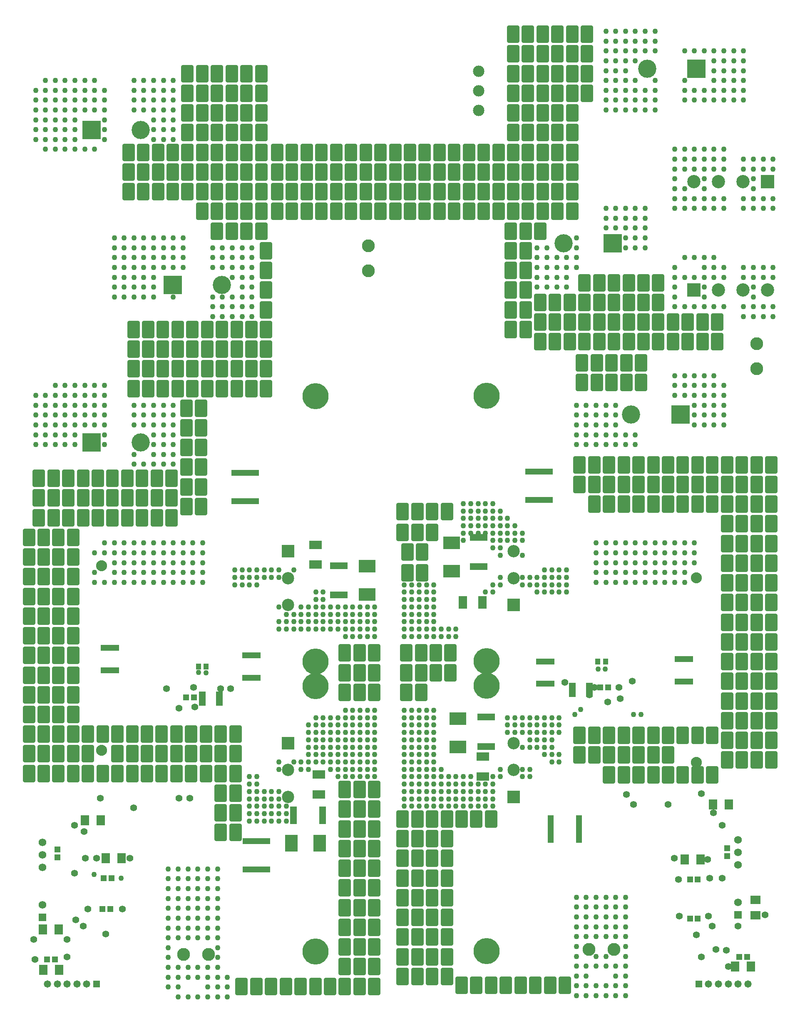
<source format=gbs>
G04 Layer_Color=16711935*
%FSLAX44Y44*%
%MOMM*%
G71*
G01*
G75*
G04:AMPARAMS|DCode=71|XSize=3.5mm|YSize=2.5mm|CornerRadius=0.25mm|HoleSize=0mm|Usage=FLASHONLY|Rotation=90.000|XOffset=0mm|YOffset=0mm|HoleType=Round|Shape=RoundedRectangle|*
%AMROUNDEDRECTD71*
21,1,3.5000,2.0000,0,0,90.0*
21,1,3.0000,2.5000,0,0,90.0*
1,1,0.5000,1.0000,1.5000*
1,1,0.5000,1.0000,-1.5000*
1,1,0.5000,-1.0000,-1.5000*
1,1,0.5000,-1.0000,1.5000*
%
%ADD71ROUNDEDRECTD71*%
%ADD81R,1.2032X1.3032*%
%ADD82R,1.3032X1.2032*%
%ADD83R,1.3532X3.0032*%
%ADD89C,2.3123*%
%ADD91C,1.5632*%
%ADD92R,1.5632X1.5632*%
%ADD93C,2.7032*%
%ADD94R,2.7032X2.7032*%
%ADD95C,1.4715*%
%ADD96R,1.4715X1.4715*%
%ADD97R,2.5032X2.5032*%
%ADD98C,2.5032*%
%ADD99R,3.7032X3.7032*%
%ADD100C,3.7032*%
%ADD101C,5.3032*%
%ADD102C,2.2352*%
%ADD103C,2.6162*%
%ADD104C,1.1032*%
%ADD105C,1.4032*%
%ADD106R,3.3532X2.6532*%
%ADD107R,2.6532X3.3532*%
%ADD108R,1.6532X2.1032*%
%ADD109R,2.1032X1.6532*%
%ADD110R,1.7032X2.6032*%
%ADD111R,2.6032X1.7032*%
%ADD112R,3.7032X1.2532*%
%ADD113R,5.6032X1.2532*%
%ADD114R,1.2532X5.6032*%
%ADD115R,1.0032X1.2532*%
%ADD116R,3.5332X1.4332*%
%ADD117R,1.4332X3.5332*%
D71*
X1152500Y615000D02*
D03*
Y575000D02*
D03*
X1212500D02*
D03*
X1182500D02*
D03*
X1212500Y535000D02*
D03*
Y615000D02*
D03*
X1182500D02*
D03*
X1242500D02*
D03*
Y535000D02*
D03*
X1272500Y615000D02*
D03*
Y535000D02*
D03*
X1302500Y615000D02*
D03*
Y535000D02*
D03*
X1242500Y575000D02*
D03*
X1272500D02*
D03*
X1302500D02*
D03*
X1332500D02*
D03*
Y535000D02*
D03*
X1362500D02*
D03*
X1392500D02*
D03*
X1422500D02*
D03*
X1332500Y615000D02*
D03*
X1362500D02*
D03*
X1392500D02*
D03*
X1422500D02*
D03*
X1452500Y565000D02*
D03*
X1482500D02*
D03*
X1512500D02*
D03*
X1542500D02*
D03*
X1542500Y605000D02*
D03*
X1512500D02*
D03*
X1482500D02*
D03*
X1452500D02*
D03*
X1542500Y645000D02*
D03*
X1512500D02*
D03*
X1482500D02*
D03*
X1452500D02*
D03*
X1542500Y685000D02*
D03*
X1512500D02*
D03*
X1482500D02*
D03*
X1452500D02*
D03*
Y925000D02*
D03*
X1482500D02*
D03*
X1512500D02*
D03*
X1542500D02*
D03*
Y885000D02*
D03*
X1512500D02*
D03*
X1482500D02*
D03*
X1452500D02*
D03*
X1542500Y845000D02*
D03*
X1512500D02*
D03*
X1482500D02*
D03*
X1452500D02*
D03*
Y805000D02*
D03*
X1482500D02*
D03*
X1512500D02*
D03*
X1542500D02*
D03*
X1452500Y765000D02*
D03*
X1482500D02*
D03*
X1512500D02*
D03*
X1542500D02*
D03*
X1452500Y725000D02*
D03*
X1482500D02*
D03*
X1512500D02*
D03*
X1542500D02*
D03*
Y965000D02*
D03*
X1512500D02*
D03*
X1482500D02*
D03*
X1452500D02*
D03*
X1542500Y1005000D02*
D03*
X1512500D02*
D03*
X1482500D02*
D03*
X1452500D02*
D03*
X1542500Y1045000D02*
D03*
X1512500D02*
D03*
X1482500D02*
D03*
X1452500D02*
D03*
X1182500Y1085000D02*
D03*
X1212500D02*
D03*
X1242500D02*
D03*
X1272500D02*
D03*
X1302500D02*
D03*
X1332500D02*
D03*
X1362500D02*
D03*
X1392500D02*
D03*
X1422500D02*
D03*
X1452500D02*
D03*
X1482500D02*
D03*
X1512500D02*
D03*
X1542500D02*
D03*
X1152500Y1125000D02*
D03*
X1182500D02*
D03*
X1212500D02*
D03*
X1242500D02*
D03*
X1272500D02*
D03*
X1302500D02*
D03*
X1332500D02*
D03*
X1362500D02*
D03*
X1392500D02*
D03*
X1422500D02*
D03*
X1452500D02*
D03*
X1482500D02*
D03*
X1512500D02*
D03*
X1542500D02*
D03*
Y1165000D02*
D03*
X1512500D02*
D03*
X1482500D02*
D03*
X1452500D02*
D03*
X1422500D02*
D03*
X1392500D02*
D03*
X1362500D02*
D03*
X1332500D02*
D03*
X1302500D02*
D03*
X1272500D02*
D03*
X1242500D02*
D03*
X1212500D02*
D03*
X1182500D02*
D03*
X1152500D02*
D03*
X1277500Y1332500D02*
D03*
X1247500D02*
D03*
X1217500D02*
D03*
X1187500D02*
D03*
X1157500D02*
D03*
Y1372500D02*
D03*
X1187500D02*
D03*
X1217500D02*
D03*
X1247500D02*
D03*
X1277500D02*
D03*
X1432500Y1415000D02*
D03*
Y1455000D02*
D03*
X1402500Y1415000D02*
D03*
Y1455000D02*
D03*
X1372500Y1415000D02*
D03*
Y1455000D02*
D03*
X1342500Y1415000D02*
D03*
Y1455000D02*
D03*
X1312500D02*
D03*
Y1415000D02*
D03*
Y1495000D02*
D03*
Y1535000D02*
D03*
X1282500Y1455000D02*
D03*
Y1415000D02*
D03*
Y1495000D02*
D03*
Y1535000D02*
D03*
X1252500Y1455000D02*
D03*
Y1415000D02*
D03*
Y1495000D02*
D03*
Y1535000D02*
D03*
X1222500Y1455000D02*
D03*
Y1415000D02*
D03*
Y1495000D02*
D03*
Y1535000D02*
D03*
X1192500Y1455000D02*
D03*
Y1415000D02*
D03*
Y1495000D02*
D03*
Y1535000D02*
D03*
X1162500D02*
D03*
Y1495000D02*
D03*
X1132500D02*
D03*
X1162500Y1415000D02*
D03*
X1132500D02*
D03*
X1162500Y1455000D02*
D03*
X1132500D02*
D03*
X1102500Y1495000D02*
D03*
X1072500D02*
D03*
X1102500Y1415000D02*
D03*
X1072500D02*
D03*
X1102500Y1455000D02*
D03*
X1072500D02*
D03*
X1012500Y1480000D02*
D03*
X1042500D02*
D03*
X1012500Y1440000D02*
D03*
X1042500D02*
D03*
X1012500Y1520000D02*
D03*
X1042500Y1560000D02*
D03*
X1012500D02*
D03*
X1042500Y1520000D02*
D03*
Y1600000D02*
D03*
X822500Y1070000D02*
D03*
X792500D02*
D03*
X882500D02*
D03*
X852500D02*
D03*
X852500Y1027500D02*
D03*
X792500D02*
D03*
X822500D02*
D03*
X802500Y987500D02*
D03*
X832500D02*
D03*
Y945000D02*
D03*
X802500D02*
D03*
X1122500Y107500D02*
D03*
X1092500Y107500D02*
D03*
X1062500D02*
D03*
X1032500Y107500D02*
D03*
X1002500D02*
D03*
X972500Y107500D02*
D03*
X942500D02*
D03*
X912500Y107500D02*
D03*
X882500Y125000D02*
D03*
X852500Y125000D02*
D03*
X822500D02*
D03*
X792500Y125000D02*
D03*
X882500Y165000D02*
D03*
X852500Y165000D02*
D03*
X822500D02*
D03*
X792500Y165000D02*
D03*
X882500Y205000D02*
D03*
X852500Y205000D02*
D03*
X822500D02*
D03*
X792500Y205000D02*
D03*
X882500Y245000D02*
D03*
X852500Y245000D02*
D03*
X822500D02*
D03*
X792500Y245000D02*
D03*
X882500Y285000D02*
D03*
X852500Y285000D02*
D03*
X822500D02*
D03*
X792500Y285000D02*
D03*
X882500Y325000D02*
D03*
X852500Y325000D02*
D03*
X822500D02*
D03*
X792500Y325000D02*
D03*
X882500Y365000D02*
D03*
X852500Y365000D02*
D03*
X822500D02*
D03*
X792500Y365000D02*
D03*
X882500Y405000D02*
D03*
X852500Y405000D02*
D03*
X822500D02*
D03*
X792500Y405000D02*
D03*
Y445000D02*
D03*
X822500Y445000D02*
D03*
X852500D02*
D03*
X882500Y445000D02*
D03*
X912500D02*
D03*
X942500Y445000D02*
D03*
X972500D02*
D03*
X495000Y105000D02*
D03*
X525000D02*
D03*
X555000D02*
D03*
X465000D02*
D03*
X675000Y145000D02*
D03*
X705000Y145000D02*
D03*
X735000D02*
D03*
Y105000D02*
D03*
X705000D02*
D03*
X675000Y105000D02*
D03*
X645000D02*
D03*
X615000D02*
D03*
X585000Y105000D02*
D03*
X675000Y265000D02*
D03*
X705000Y265000D02*
D03*
X735000D02*
D03*
Y225000D02*
D03*
X705000D02*
D03*
X675000Y225000D02*
D03*
X735000Y185000D02*
D03*
X705000D02*
D03*
X675000Y185000D02*
D03*
Y385000D02*
D03*
X705000Y385000D02*
D03*
X735000D02*
D03*
Y345000D02*
D03*
X705000D02*
D03*
X675000Y345000D02*
D03*
X735000Y305000D02*
D03*
X705000D02*
D03*
X675000Y305000D02*
D03*
Y505000D02*
D03*
X705000Y505000D02*
D03*
X735000D02*
D03*
Y465000D02*
D03*
X705000D02*
D03*
X675000Y465000D02*
D03*
X735000Y425000D02*
D03*
X705000D02*
D03*
X675000Y425000D02*
D03*
X890000Y782500D02*
D03*
Y742500D02*
D03*
X860000D02*
D03*
X800000Y782500D02*
D03*
X830000Y782500D02*
D03*
X860000D02*
D03*
X830000Y742500D02*
D03*
X800000Y742500D02*
D03*
X830000Y702500D02*
D03*
X800000Y702500D02*
D03*
X675000Y702500D02*
D03*
X705000Y702500D02*
D03*
X735000D02*
D03*
X675000Y742500D02*
D03*
X705000Y742500D02*
D03*
X735000D02*
D03*
Y782500D02*
D03*
X705000D02*
D03*
X675000Y782500D02*
D03*
X452500Y617500D02*
D03*
Y577500D02*
D03*
Y537500D02*
D03*
Y497500D02*
D03*
Y457500D02*
D03*
Y417500D02*
D03*
X422500Y417500D02*
D03*
Y457500D02*
D03*
Y497500D02*
D03*
Y537500D02*
D03*
Y577500D02*
D03*
Y617500D02*
D03*
X1137500Y2040000D02*
D03*
X1017500D02*
D03*
Y2000000D02*
D03*
Y1960000D02*
D03*
Y1920000D02*
D03*
Y1880000D02*
D03*
Y1840000D02*
D03*
X1017500Y1800000D02*
D03*
Y1760000D02*
D03*
Y1720000D02*
D03*
Y1680000D02*
D03*
X1012500Y1640000D02*
D03*
X1042500D02*
D03*
X1047500Y1680000D02*
D03*
Y1720000D02*
D03*
Y1760000D02*
D03*
Y1800000D02*
D03*
X1047500Y1840000D02*
D03*
Y1880000D02*
D03*
Y1920000D02*
D03*
Y1960000D02*
D03*
Y2000000D02*
D03*
Y2040000D02*
D03*
X1072500Y1640000D02*
D03*
X1077500Y1680000D02*
D03*
Y1720000D02*
D03*
Y1760000D02*
D03*
X1077500Y1800000D02*
D03*
X1077500Y1840000D02*
D03*
Y1880000D02*
D03*
X1077500Y1920000D02*
D03*
Y1960000D02*
D03*
Y2000000D02*
D03*
Y2040000D02*
D03*
X1107500Y1680000D02*
D03*
Y1720000D02*
D03*
Y1760000D02*
D03*
Y1800000D02*
D03*
X1107500Y1840000D02*
D03*
Y1880000D02*
D03*
Y1920000D02*
D03*
Y1960000D02*
D03*
Y2000000D02*
D03*
Y2040000D02*
D03*
X1137500Y1720000D02*
D03*
Y1760000D02*
D03*
X1137500Y1800000D02*
D03*
X1137500Y1960000D02*
D03*
Y2000000D02*
D03*
Y1920000D02*
D03*
X1167500D02*
D03*
Y2000000D02*
D03*
Y1960000D02*
D03*
Y2040000D02*
D03*
X1137500Y1680000D02*
D03*
X1137500Y1840000D02*
D03*
Y1880000D02*
D03*
X1012500Y1600000D02*
D03*
X987500Y1680000D02*
D03*
Y1720000D02*
D03*
Y1760000D02*
D03*
Y1800000D02*
D03*
X957500D02*
D03*
Y1760000D02*
D03*
Y1720000D02*
D03*
Y1680000D02*
D03*
X747500D02*
D03*
Y1720000D02*
D03*
Y1760000D02*
D03*
Y1800000D02*
D03*
X777500D02*
D03*
Y1760000D02*
D03*
Y1720000D02*
D03*
Y1680000D02*
D03*
X927500D02*
D03*
X927500Y1800000D02*
D03*
X927500Y1760000D02*
D03*
Y1720000D02*
D03*
X897500Y1800000D02*
D03*
Y1760000D02*
D03*
Y1720000D02*
D03*
Y1680000D02*
D03*
X867500Y1800000D02*
D03*
X867500Y1760000D02*
D03*
Y1720000D02*
D03*
Y1680000D02*
D03*
X837500Y1800000D02*
D03*
Y1760000D02*
D03*
Y1720000D02*
D03*
Y1680000D02*
D03*
X807500D02*
D03*
Y1720000D02*
D03*
Y1760000D02*
D03*
Y1800000D02*
D03*
X537500Y1680000D02*
D03*
Y1720000D02*
D03*
Y1760000D02*
D03*
Y1800000D02*
D03*
X567500D02*
D03*
Y1760000D02*
D03*
Y1720000D02*
D03*
Y1680000D02*
D03*
X717500D02*
D03*
X717500Y1800000D02*
D03*
X717500Y1760000D02*
D03*
Y1720000D02*
D03*
X687500Y1800000D02*
D03*
Y1760000D02*
D03*
Y1720000D02*
D03*
Y1680000D02*
D03*
X657500Y1800000D02*
D03*
X657500Y1760000D02*
D03*
Y1720000D02*
D03*
Y1680000D02*
D03*
X627500Y1800000D02*
D03*
Y1760000D02*
D03*
Y1720000D02*
D03*
Y1680000D02*
D03*
X597500D02*
D03*
Y1720000D02*
D03*
Y1760000D02*
D03*
Y1800000D02*
D03*
X505000Y1800000D02*
D03*
X505000Y1960000D02*
D03*
Y1920000D02*
D03*
Y1880000D02*
D03*
Y1840000D02*
D03*
Y1760000D02*
D03*
Y1720000D02*
D03*
Y1680000D02*
D03*
Y1640000D02*
D03*
X475000D02*
D03*
Y1680000D02*
D03*
Y1720000D02*
D03*
Y1760000D02*
D03*
Y1840000D02*
D03*
Y1880000D02*
D03*
Y1920000D02*
D03*
Y1960000D02*
D03*
X475000Y1800000D02*
D03*
X415000D02*
D03*
X415000Y1960000D02*
D03*
Y1920000D02*
D03*
Y1880000D02*
D03*
Y1840000D02*
D03*
Y1760000D02*
D03*
Y1720000D02*
D03*
Y1680000D02*
D03*
Y1640000D02*
D03*
X445000D02*
D03*
Y1680000D02*
D03*
Y1720000D02*
D03*
Y1760000D02*
D03*
Y1840000D02*
D03*
Y1880000D02*
D03*
Y1920000D02*
D03*
Y1960000D02*
D03*
X445000Y1800000D02*
D03*
X355000D02*
D03*
X355000Y1960000D02*
D03*
Y1920000D02*
D03*
Y1880000D02*
D03*
Y1840000D02*
D03*
Y1760000D02*
D03*
Y1720000D02*
D03*
X385000D02*
D03*
Y1760000D02*
D03*
Y1840000D02*
D03*
Y1880000D02*
D03*
Y1920000D02*
D03*
Y1960000D02*
D03*
X385000Y1800000D02*
D03*
X325000Y1800000D02*
D03*
Y1760000D02*
D03*
Y1720000D02*
D03*
X295000D02*
D03*
Y1760000D02*
D03*
Y1800000D02*
D03*
X265000D02*
D03*
Y1760000D02*
D03*
Y1720000D02*
D03*
X235000Y1800000D02*
D03*
Y1760000D02*
D03*
Y1720000D02*
D03*
X385000Y1680000D02*
D03*
X515000Y1600000D02*
D03*
Y1560000D02*
D03*
Y1520000D02*
D03*
Y1480000D02*
D03*
Y1440000D02*
D03*
Y1400000D02*
D03*
Y1360000D02*
D03*
Y1320000D02*
D03*
X485000Y1440000D02*
D03*
Y1400000D02*
D03*
Y1360000D02*
D03*
Y1320000D02*
D03*
X455000Y1440000D02*
D03*
Y1400000D02*
D03*
Y1360000D02*
D03*
Y1320000D02*
D03*
X425000Y1440000D02*
D03*
Y1400000D02*
D03*
Y1360000D02*
D03*
Y1320000D02*
D03*
X395000Y1440000D02*
D03*
Y1400000D02*
D03*
Y1360000D02*
D03*
Y1320000D02*
D03*
X365000Y1440000D02*
D03*
Y1400000D02*
D03*
Y1360000D02*
D03*
Y1320000D02*
D03*
X335000Y1440000D02*
D03*
Y1400000D02*
D03*
Y1360000D02*
D03*
Y1320000D02*
D03*
X305000Y1440000D02*
D03*
Y1400000D02*
D03*
Y1360000D02*
D03*
Y1320000D02*
D03*
X275000Y1440000D02*
D03*
Y1400000D02*
D03*
Y1360000D02*
D03*
Y1320000D02*
D03*
X245000Y1440000D02*
D03*
Y1400000D02*
D03*
Y1360000D02*
D03*
Y1320000D02*
D03*
X382500Y1160000D02*
D03*
Y1200000D02*
D03*
Y1240000D02*
D03*
Y1280000D02*
D03*
X352500D02*
D03*
Y1240000D02*
D03*
Y1200000D02*
D03*
Y1160000D02*
D03*
Y1080000D02*
D03*
Y1120000D02*
D03*
X382500D02*
D03*
Y1080000D02*
D03*
X322500Y1057500D02*
D03*
Y1097500D02*
D03*
X292500D02*
D03*
Y1057500D02*
D03*
Y1137500D02*
D03*
X322500D02*
D03*
X262500Y1057500D02*
D03*
Y1097500D02*
D03*
Y1137500D02*
D03*
X172500D02*
D03*
Y1097500D02*
D03*
Y1057500D02*
D03*
X232500Y1137500D02*
D03*
X202500D02*
D03*
Y1057500D02*
D03*
Y1097500D02*
D03*
X232500D02*
D03*
Y1057500D02*
D03*
X82500Y1137500D02*
D03*
Y1097500D02*
D03*
Y1057500D02*
D03*
X142500Y1137500D02*
D03*
X112500D02*
D03*
Y1057500D02*
D03*
Y1097500D02*
D03*
X142500D02*
D03*
Y1057500D02*
D03*
X52500Y1137500D02*
D03*
Y1097500D02*
D03*
Y1057500D02*
D03*
X62500Y937500D02*
D03*
Y977500D02*
D03*
X32500D02*
D03*
Y937500D02*
D03*
Y1017500D02*
D03*
X62500D02*
D03*
X122500Y977500D02*
D03*
Y937500D02*
D03*
Y1017500D02*
D03*
X92500Y937500D02*
D03*
Y977500D02*
D03*
Y1017500D02*
D03*
Y897500D02*
D03*
Y857500D02*
D03*
Y817500D02*
D03*
X122500Y897500D02*
D03*
Y817500D02*
D03*
Y857500D02*
D03*
X62500Y897500D02*
D03*
X32500D02*
D03*
Y817500D02*
D03*
Y857500D02*
D03*
X62500D02*
D03*
Y817500D02*
D03*
Y577500D02*
D03*
Y617500D02*
D03*
X32500D02*
D03*
Y577500D02*
D03*
Y657500D02*
D03*
X62500D02*
D03*
X122500Y617500D02*
D03*
Y577500D02*
D03*
Y657500D02*
D03*
X92500Y577500D02*
D03*
Y617500D02*
D03*
Y657500D02*
D03*
Y777500D02*
D03*
Y737500D02*
D03*
Y697500D02*
D03*
X122500Y777500D02*
D03*
Y697500D02*
D03*
Y737500D02*
D03*
X62500Y777500D02*
D03*
X32500D02*
D03*
Y697500D02*
D03*
Y737500D02*
D03*
X62500D02*
D03*
Y697500D02*
D03*
X92500Y537500D02*
D03*
X122500Y537500D02*
D03*
X32500D02*
D03*
X62500D02*
D03*
X182500D02*
D03*
X152500D02*
D03*
X242500D02*
D03*
X212500Y537500D02*
D03*
Y617500D02*
D03*
Y577500D02*
D03*
X242500Y577500D02*
D03*
Y617500D02*
D03*
X152500Y577500D02*
D03*
Y617500D02*
D03*
X182500D02*
D03*
X302500Y537500D02*
D03*
X272500D02*
D03*
X362500D02*
D03*
X332500Y537500D02*
D03*
Y617500D02*
D03*
Y577500D02*
D03*
X362500Y577500D02*
D03*
Y617500D02*
D03*
X272500Y577500D02*
D03*
Y617500D02*
D03*
X302500D02*
D03*
Y577500D02*
D03*
X392500Y617500D02*
D03*
Y577500D02*
D03*
Y537500D02*
D03*
D81*
X1493000Y165000D02*
D03*
X1477000D02*
D03*
X1393000Y242500D02*
D03*
X1377000D02*
D03*
X1210500Y712500D02*
D03*
X1194500D02*
D03*
X1393000Y322500D02*
D03*
X1377000D02*
D03*
X69500Y160000D02*
D03*
X85500D02*
D03*
X198000Y262500D02*
D03*
X182000D02*
D03*
X352000Y692500D02*
D03*
X368000D02*
D03*
X200500Y325000D02*
D03*
X184500D02*
D03*
D82*
X1452500Y369500D02*
D03*
Y385500D02*
D03*
X90000Y367000D02*
D03*
Y383000D02*
D03*
D83*
X385250Y690000D02*
D03*
X419750D02*
D03*
X1172250Y707500D02*
D03*
X1137750D02*
D03*
D89*
X947500Y1964599D02*
D03*
Y1925000D02*
D03*
Y1885401D02*
D03*
D91*
X1475000Y402400D02*
D03*
Y377000D02*
D03*
Y351600D02*
D03*
Y275400D02*
D03*
X60000Y397575D02*
D03*
Y372175D02*
D03*
Y346775D02*
D03*
Y270575D02*
D03*
D92*
X1475000Y250000D02*
D03*
X60000Y245175D02*
D03*
D93*
X1485000Y1740000D02*
D03*
X1435000D02*
D03*
X1385000D02*
D03*
X1435000Y1520000D02*
D03*
X1485000D02*
D03*
X1535000D02*
D03*
D94*
Y1740000D02*
D03*
X1385000Y1520000D02*
D03*
D95*
X69923Y110000D02*
D03*
X90002D02*
D03*
X110000D02*
D03*
X130002D02*
D03*
X150001D02*
D03*
X1495077Y110000D02*
D03*
X1474998D02*
D03*
X1455000D02*
D03*
X1434998D02*
D03*
X1414999D02*
D03*
D96*
X169999Y110000D02*
D03*
X1395001Y110000D02*
D03*
D97*
X1018500Y880250D02*
D03*
X559500Y989250D02*
D03*
Y599250D02*
D03*
X1018500Y490250D02*
D03*
D98*
Y934750D02*
D03*
Y989250D02*
D03*
X559500Y934750D02*
D03*
Y880250D02*
D03*
Y544750D02*
D03*
Y490250D02*
D03*
X1018500Y544750D02*
D03*
Y599250D02*
D03*
D99*
X325000Y1530000D02*
D03*
X1390000Y1970000D02*
D03*
X1220000Y1615000D02*
D03*
X1357500Y1267500D02*
D03*
X160000Y1845000D02*
D03*
Y1210000D02*
D03*
D100*
X425000Y1530000D02*
D03*
X1290000Y1970000D02*
D03*
X1120000Y1615000D02*
D03*
X1257500Y1267500D02*
D03*
X260000Y1845000D02*
D03*
Y1210000D02*
D03*
D101*
X963501Y715750D02*
D03*
Y176500D02*
D03*
X615501Y175500D02*
D03*
Y714750D02*
D03*
X963500Y1305000D02*
D03*
Y765750D02*
D03*
X615500Y764750D02*
D03*
Y1304000D02*
D03*
D102*
X1390000Y935000D02*
D03*
Y560000D02*
D03*
X180000Y960000D02*
D03*
Y585000D02*
D03*
D103*
X1512500Y1410800D02*
D03*
Y1360000D02*
D03*
X397500Y170000D02*
D03*
X346700D02*
D03*
X722500Y1559200D02*
D03*
Y1610000D02*
D03*
X1222500Y180000D02*
D03*
X1171700D02*
D03*
D104*
X486000Y1606002D02*
D03*
Y1586002D02*
D03*
Y1566002D02*
D03*
Y1546002D02*
D03*
Y1526002D02*
D03*
Y1506002D02*
D03*
Y1486002D02*
D03*
Y1466002D02*
D03*
X466000Y1606002D02*
D03*
Y1586002D02*
D03*
Y1566002D02*
D03*
Y1546002D02*
D03*
Y1526002D02*
D03*
Y1506002D02*
D03*
Y1486002D02*
D03*
Y1466002D02*
D03*
X446000Y1606002D02*
D03*
Y1586002D02*
D03*
Y1566002D02*
D03*
Y1546002D02*
D03*
Y1506002D02*
D03*
Y1486002D02*
D03*
Y1466002D02*
D03*
X426000Y1606002D02*
D03*
Y1586002D02*
D03*
Y1566002D02*
D03*
Y1506002D02*
D03*
Y1486002D02*
D03*
Y1466002D02*
D03*
X406000Y1606002D02*
D03*
Y1586002D02*
D03*
Y1566002D02*
D03*
Y1506002D02*
D03*
Y1486002D02*
D03*
Y1466002D02*
D03*
X326000Y1946002D02*
D03*
Y1926002D02*
D03*
Y1906002D02*
D03*
Y1886002D02*
D03*
Y1866002D02*
D03*
Y1846002D02*
D03*
Y1826002D02*
D03*
X306000Y1946002D02*
D03*
Y1926002D02*
D03*
Y1906002D02*
D03*
Y1886002D02*
D03*
Y1866002D02*
D03*
Y1846002D02*
D03*
Y1826002D02*
D03*
X286000Y1946002D02*
D03*
Y1926002D02*
D03*
Y1906002D02*
D03*
Y1886002D02*
D03*
Y1866002D02*
D03*
Y1846002D02*
D03*
Y1826002D02*
D03*
X266000Y1946002D02*
D03*
Y1926002D02*
D03*
Y1906002D02*
D03*
Y1886002D02*
D03*
X246000Y1946002D02*
D03*
Y1926002D02*
D03*
Y1906002D02*
D03*
Y1886002D02*
D03*
X346000Y1626002D02*
D03*
Y1606002D02*
D03*
Y1586002D02*
D03*
Y1566002D02*
D03*
X326000Y1626002D02*
D03*
Y1606002D02*
D03*
Y1586002D02*
D03*
Y1566002D02*
D03*
Y1506002D02*
D03*
X306000Y1626002D02*
D03*
Y1606002D02*
D03*
Y1586002D02*
D03*
Y1566002D02*
D03*
X286000Y1626002D02*
D03*
Y1606002D02*
D03*
Y1586002D02*
D03*
Y1566002D02*
D03*
Y1546002D02*
D03*
Y1526002D02*
D03*
Y1506002D02*
D03*
X266000Y1626002D02*
D03*
Y1606002D02*
D03*
Y1586002D02*
D03*
Y1566002D02*
D03*
Y1546002D02*
D03*
Y1526002D02*
D03*
Y1506002D02*
D03*
X246000Y1626002D02*
D03*
Y1606002D02*
D03*
Y1586002D02*
D03*
Y1566002D02*
D03*
Y1546002D02*
D03*
Y1526002D02*
D03*
Y1506002D02*
D03*
X226000Y1626002D02*
D03*
Y1606002D02*
D03*
Y1586002D02*
D03*
Y1566002D02*
D03*
Y1546002D02*
D03*
Y1526002D02*
D03*
Y1506002D02*
D03*
X206000Y1626002D02*
D03*
Y1606002D02*
D03*
Y1586002D02*
D03*
Y1566002D02*
D03*
Y1546002D02*
D03*
Y1526002D02*
D03*
Y1506002D02*
D03*
X186000Y1926002D02*
D03*
Y1906002D02*
D03*
Y1886002D02*
D03*
Y1866002D02*
D03*
Y1846002D02*
D03*
Y1826002D02*
D03*
Y1326002D02*
D03*
Y1306002D02*
D03*
Y1286002D02*
D03*
Y1266002D02*
D03*
Y1246002D02*
D03*
Y1226002D02*
D03*
Y1206002D02*
D03*
X166000Y1946002D02*
D03*
Y1926002D02*
D03*
Y1906002D02*
D03*
Y1886002D02*
D03*
Y1806002D02*
D03*
Y1326002D02*
D03*
Y1306002D02*
D03*
Y1286002D02*
D03*
Y1266002D02*
D03*
Y1246002D02*
D03*
X146000Y1946002D02*
D03*
Y1926002D02*
D03*
Y1906002D02*
D03*
Y1886002D02*
D03*
Y1806002D02*
D03*
Y1326002D02*
D03*
Y1306002D02*
D03*
Y1286002D02*
D03*
Y1266002D02*
D03*
Y1246002D02*
D03*
X126000Y1946002D02*
D03*
Y1926002D02*
D03*
Y1906002D02*
D03*
Y1886002D02*
D03*
Y1866002D02*
D03*
Y1846002D02*
D03*
Y1826002D02*
D03*
Y1806002D02*
D03*
Y1326002D02*
D03*
Y1306002D02*
D03*
Y1286002D02*
D03*
Y1266002D02*
D03*
Y1246002D02*
D03*
Y1226002D02*
D03*
Y1206002D02*
D03*
X106000Y1946002D02*
D03*
Y1926002D02*
D03*
Y1906002D02*
D03*
Y1886002D02*
D03*
Y1866002D02*
D03*
Y1846002D02*
D03*
Y1826002D02*
D03*
Y1806002D02*
D03*
Y1326002D02*
D03*
Y1306002D02*
D03*
Y1286002D02*
D03*
Y1266002D02*
D03*
Y1246002D02*
D03*
Y1226002D02*
D03*
Y1206002D02*
D03*
X86000Y1946002D02*
D03*
Y1926002D02*
D03*
Y1906002D02*
D03*
Y1886002D02*
D03*
Y1866002D02*
D03*
Y1846002D02*
D03*
Y1826002D02*
D03*
Y1806002D02*
D03*
Y1326002D02*
D03*
Y1306002D02*
D03*
Y1286002D02*
D03*
Y1266002D02*
D03*
Y1246002D02*
D03*
Y1226002D02*
D03*
Y1206002D02*
D03*
X66000Y1946002D02*
D03*
Y1926002D02*
D03*
Y1906002D02*
D03*
Y1886002D02*
D03*
Y1866002D02*
D03*
Y1846002D02*
D03*
Y1826002D02*
D03*
Y1806002D02*
D03*
Y1306002D02*
D03*
Y1286002D02*
D03*
Y1266002D02*
D03*
Y1246002D02*
D03*
Y1226002D02*
D03*
Y1206002D02*
D03*
X46000Y1926002D02*
D03*
Y1906002D02*
D03*
Y1886002D02*
D03*
Y1866002D02*
D03*
Y1846002D02*
D03*
Y1826002D02*
D03*
Y1306002D02*
D03*
Y1286002D02*
D03*
Y1266002D02*
D03*
Y1246002D02*
D03*
Y1226002D02*
D03*
Y1206002D02*
D03*
X206000Y926002D02*
D03*
X246000D02*
D03*
X166000Y946002D02*
D03*
X206000D02*
D03*
X246000Y966002D02*
D03*
X286000Y946002D02*
D03*
X266000D02*
D03*
X326000Y966002D02*
D03*
X166000Y986002D02*
D03*
X186000Y1006002D02*
D03*
X266000Y986002D02*
D03*
X286000D02*
D03*
X306000D02*
D03*
X346000D02*
D03*
X306000Y1006002D02*
D03*
X366000Y986002D02*
D03*
Y946002D02*
D03*
X386000Y1006002D02*
D03*
X246000D02*
D03*
X1206001Y926002D02*
D03*
X1226001D02*
D03*
X1186001D02*
D03*
X1206001Y946002D02*
D03*
X1226001D02*
D03*
X1186001Y966002D02*
D03*
X1206001D02*
D03*
X1306001Y926002D02*
D03*
X1286001D02*
D03*
X1246001Y966002D02*
D03*
X1306001Y946002D02*
D03*
X1286001D02*
D03*
X1186001Y986002D02*
D03*
X1206001Y1006002D02*
D03*
X1186001D02*
D03*
X1246001D02*
D03*
X1266001Y966002D02*
D03*
X1286001D02*
D03*
X1326001D02*
D03*
X1286001Y986002D02*
D03*
X1266001Y1006002D02*
D03*
X1286001D02*
D03*
Y1606002D02*
D03*
X1326001Y1006002D02*
D03*
X1346001Y946002D02*
D03*
X1366001Y926002D02*
D03*
X1346001Y966002D02*
D03*
X1366001Y946002D02*
D03*
X1346001Y986002D02*
D03*
X1366001Y966002D02*
D03*
X1386001Y986002D02*
D03*
Y966002D02*
D03*
X1446001Y1246002D02*
D03*
X1426001D02*
D03*
X1406001Y1266002D02*
D03*
X1426001D02*
D03*
X1366001Y1326002D02*
D03*
Y1306002D02*
D03*
X1386001Y1286002D02*
D03*
Y1306002D02*
D03*
X1406001Y1286002D02*
D03*
X1386001Y1346002D02*
D03*
X1406001Y1306002D02*
D03*
X1446001D02*
D03*
X1406001Y1326002D02*
D03*
X1426001D02*
D03*
Y1346002D02*
D03*
X1206001Y1646002D02*
D03*
X1226001Y1666002D02*
D03*
Y1646002D02*
D03*
X1246001Y1626002D02*
D03*
Y1646002D02*
D03*
X1226001Y1686002D02*
D03*
X1266001Y1606002D02*
D03*
Y1666002D02*
D03*
Y1686002D02*
D03*
X1286001D02*
D03*
X1386001D02*
D03*
X1366001Y1766002D02*
D03*
X1346001D02*
D03*
X1386001Y1806002D02*
D03*
Y1786002D02*
D03*
Y1926002D02*
D03*
Y1906002D02*
D03*
X1406001Y1686002D02*
D03*
Y1726002D02*
D03*
X1426001Y1686002D02*
D03*
Y1766002D02*
D03*
X1406001Y1786002D02*
D03*
X1426001Y1806002D02*
D03*
X1406001Y1906002D02*
D03*
X1446001Y1806002D02*
D03*
Y1906002D02*
D03*
X1466001D02*
D03*
X1406001Y1926002D02*
D03*
X1446001Y1946002D02*
D03*
X1406001Y2006002D02*
D03*
X1426001Y1986002D02*
D03*
Y2006002D02*
D03*
X1446001Y1986002D02*
D03*
X1466001Y1926002D02*
D03*
Y1966002D02*
D03*
X1486001Y1926002D02*
D03*
X1446001Y2006002D02*
D03*
X1466001D02*
D03*
X1146001Y1206002D02*
D03*
Y1226002D02*
D03*
X1166001Y1206002D02*
D03*
X1186001Y1226002D02*
D03*
X1166001Y1266002D02*
D03*
X1146001Y1286002D02*
D03*
X1186001D02*
D03*
Y1206002D02*
D03*
X1246001D02*
D03*
X1226001Y1246002D02*
D03*
X1246001Y1226002D02*
D03*
X1266001D02*
D03*
X1206001Y1286002D02*
D03*
X1366001Y1486002D02*
D03*
X1346001Y1546002D02*
D03*
X1406001Y1486002D02*
D03*
Y1506002D02*
D03*
Y1526002D02*
D03*
X1206001Y1906002D02*
D03*
X1226001Y1886002D02*
D03*
Y1906002D02*
D03*
X1246001Y1886002D02*
D03*
X1206001Y1926002D02*
D03*
X1226001Y1946002D02*
D03*
Y1966002D02*
D03*
X1206001Y1986002D02*
D03*
Y2006002D02*
D03*
Y2046002D02*
D03*
X1226001D02*
D03*
X1246001Y1906002D02*
D03*
X1226001Y1986002D02*
D03*
Y2026002D02*
D03*
Y2006002D02*
D03*
X1246001Y2046002D02*
D03*
X1286001Y1886002D02*
D03*
X1266001Y1906002D02*
D03*
X1306001D02*
D03*
X1406001Y1566002D02*
D03*
X1426001D02*
D03*
X1386001Y1586002D02*
D03*
X1406001D02*
D03*
X1366001D02*
D03*
X1426001D02*
D03*
X1246001Y1966002D02*
D03*
X1266001Y1926002D02*
D03*
Y1986002D02*
D03*
X1246001Y2006002D02*
D03*
X1266001D02*
D03*
Y2026002D02*
D03*
X1306001Y1926002D02*
D03*
Y2006002D02*
D03*
X1286001Y2026002D02*
D03*
X1306001D02*
D03*
X616000Y875999D02*
D03*
X631000D02*
D03*
X646000D02*
D03*
X616000Y905999D02*
D03*
X631000D02*
D03*
X661000Y875999D02*
D03*
X646000Y860999D02*
D03*
X1190000Y750000D02*
D03*
X1126000Y950999D02*
D03*
Y935999D02*
D03*
Y920999D02*
D03*
Y905999D02*
D03*
X1111000Y950999D02*
D03*
Y935999D02*
D03*
Y920999D02*
D03*
Y905999D02*
D03*
X1096000Y950999D02*
D03*
Y935999D02*
D03*
Y920999D02*
D03*
Y905999D02*
D03*
X1081000Y950999D02*
D03*
Y935999D02*
D03*
Y920999D02*
D03*
Y905999D02*
D03*
X1066000Y935999D02*
D03*
Y920999D02*
D03*
Y905999D02*
D03*
X1051000Y935999D02*
D03*
Y920999D02*
D03*
X1036000Y935999D02*
D03*
Y920999D02*
D03*
X991000Y935999D02*
D03*
Y920999D02*
D03*
X976000D02*
D03*
Y905999D02*
D03*
X961000D02*
D03*
X1246001Y286001D02*
D03*
Y266001D02*
D03*
Y246001D02*
D03*
Y226001D02*
D03*
Y206001D02*
D03*
Y186001D02*
D03*
Y166001D02*
D03*
Y146001D02*
D03*
Y126001D02*
D03*
Y106001D02*
D03*
Y86001D02*
D03*
X1226001Y286001D02*
D03*
Y266001D02*
D03*
Y246001D02*
D03*
Y226001D02*
D03*
Y206001D02*
D03*
Y146001D02*
D03*
Y126001D02*
D03*
Y106001D02*
D03*
Y86001D02*
D03*
X1206001Y286001D02*
D03*
Y266001D02*
D03*
Y246001D02*
D03*
Y226001D02*
D03*
Y206001D02*
D03*
Y166001D02*
D03*
Y146001D02*
D03*
Y106001D02*
D03*
Y86001D02*
D03*
X1186001Y286001D02*
D03*
Y266001D02*
D03*
Y246001D02*
D03*
Y226001D02*
D03*
Y206001D02*
D03*
Y166001D02*
D03*
Y146001D02*
D03*
Y106001D02*
D03*
Y86001D02*
D03*
X1166001Y286001D02*
D03*
Y266001D02*
D03*
Y246001D02*
D03*
Y226001D02*
D03*
Y206001D02*
D03*
Y146001D02*
D03*
Y126001D02*
D03*
Y106001D02*
D03*
Y86001D02*
D03*
X1146001Y286001D02*
D03*
Y266001D02*
D03*
Y246001D02*
D03*
Y226001D02*
D03*
Y206001D02*
D03*
Y186001D02*
D03*
Y166001D02*
D03*
Y146001D02*
D03*
Y126001D02*
D03*
Y106001D02*
D03*
Y86001D02*
D03*
X556000Y470999D02*
D03*
Y455999D02*
D03*
Y440999D02*
D03*
X541000Y500999D02*
D03*
Y485999D02*
D03*
Y470999D02*
D03*
Y455999D02*
D03*
Y440999D02*
D03*
X526000Y500999D02*
D03*
Y485999D02*
D03*
Y470999D02*
D03*
Y455999D02*
D03*
Y440999D02*
D03*
X511000Y500999D02*
D03*
Y485999D02*
D03*
Y470999D02*
D03*
Y455999D02*
D03*
Y440999D02*
D03*
X496000Y530999D02*
D03*
Y515999D02*
D03*
Y500999D02*
D03*
Y485999D02*
D03*
Y470999D02*
D03*
Y455999D02*
D03*
Y440999D02*
D03*
X481000Y530999D02*
D03*
Y515999D02*
D03*
Y500999D02*
D03*
Y485999D02*
D03*
Y470999D02*
D03*
Y455999D02*
D03*
Y440999D02*
D03*
X796000Y485999D02*
D03*
X811000Y470999D02*
D03*
X826000D02*
D03*
X796000Y500999D02*
D03*
Y530999D02*
D03*
X811000Y500999D02*
D03*
Y485999D02*
D03*
X796000Y590999D02*
D03*
Y620999D02*
D03*
Y605999D02*
D03*
X811000Y530999D02*
D03*
Y545999D02*
D03*
X826000Y515999D02*
D03*
Y485999D02*
D03*
Y560999D02*
D03*
Y530999D02*
D03*
X811000Y605999D02*
D03*
Y590999D02*
D03*
Y620999D02*
D03*
X826000Y590999D02*
D03*
X841000Y485999D02*
D03*
Y470999D02*
D03*
X856000Y485999D02*
D03*
X871000Y470999D02*
D03*
X826000Y545999D02*
D03*
X841000Y530999D02*
D03*
Y560999D02*
D03*
X826000Y605999D02*
D03*
X856000Y515999D02*
D03*
Y500999D02*
D03*
X871000Y545999D02*
D03*
X856000Y620999D02*
D03*
X796000Y635999D02*
D03*
Y650999D02*
D03*
Y665999D02*
D03*
X811000Y650999D02*
D03*
Y665999D02*
D03*
X796000Y815999D02*
D03*
Y830999D02*
D03*
X811000Y860999D02*
D03*
Y635999D02*
D03*
X826000D02*
D03*
Y665999D02*
D03*
Y815999D02*
D03*
X811000D02*
D03*
Y845999D02*
D03*
X826000D02*
D03*
Y830999D02*
D03*
Y860999D02*
D03*
X796000Y890999D02*
D03*
Y875999D02*
D03*
Y920999D02*
D03*
Y905999D02*
D03*
X811000Y875999D02*
D03*
X826000Y920999D02*
D03*
Y875999D02*
D03*
X841000Y650999D02*
D03*
Y845999D02*
D03*
Y830999D02*
D03*
X856000Y845999D02*
D03*
X871000Y815999D02*
D03*
X856000D02*
D03*
X826000Y890999D02*
D03*
X856000Y920999D02*
D03*
X931000Y470999D02*
D03*
X961000D02*
D03*
X886000Y485999D02*
D03*
Y500999D02*
D03*
X901000Y485999D02*
D03*
X886000Y515999D02*
D03*
X901000Y500999D02*
D03*
X886000Y815999D02*
D03*
X901000Y515999D02*
D03*
Y815999D02*
D03*
X916000Y500999D02*
D03*
Y530999D02*
D03*
X946000Y515999D02*
D03*
X886000Y830999D02*
D03*
X916000Y1025999D02*
D03*
Y1010999D02*
D03*
X931000Y1025999D02*
D03*
Y1040999D02*
D03*
X946000Y1025999D02*
D03*
X931000Y1070999D02*
D03*
X946000Y1055999D02*
D03*
X961000Y485999D02*
D03*
X976000D02*
D03*
Y515999D02*
D03*
Y500999D02*
D03*
X961000Y515999D02*
D03*
X976000Y530999D02*
D03*
X991000Y980999D02*
D03*
X976000Y1010999D02*
D03*
X1036000Y545999D02*
D03*
X1051000Y530999D02*
D03*
X991000Y995999D02*
D03*
X1006000Y1010999D02*
D03*
X961000Y1040999D02*
D03*
Y1025999D02*
D03*
Y1070999D02*
D03*
X976000D02*
D03*
Y1085999D02*
D03*
X991000Y1025999D02*
D03*
Y1010999D02*
D03*
X1006000Y1025999D02*
D03*
X1036000D02*
D03*
X991000Y1055999D02*
D03*
Y1040999D02*
D03*
X1006000Y1055999D02*
D03*
X1051000Y545999D02*
D03*
X1036000Y530999D02*
D03*
X991000Y545999D02*
D03*
Y530999D02*
D03*
X976000Y470999D02*
D03*
X961000Y500999D02*
D03*
X946000D02*
D03*
Y485999D02*
D03*
Y470999D02*
D03*
X931000Y530999D02*
D03*
Y515999D02*
D03*
Y500999D02*
D03*
Y485999D02*
D03*
X916000Y515999D02*
D03*
Y485999D02*
D03*
Y470999D02*
D03*
X901000Y530999D02*
D03*
Y470999D02*
D03*
X886000Y530999D02*
D03*
Y470999D02*
D03*
X871000Y530999D02*
D03*
Y515999D02*
D03*
Y500999D02*
D03*
Y485999D02*
D03*
X856000Y665999D02*
D03*
Y650999D02*
D03*
Y635999D02*
D03*
Y605999D02*
D03*
Y590999D02*
D03*
Y575999D02*
D03*
Y560999D02*
D03*
Y545999D02*
D03*
Y530999D02*
D03*
Y470999D02*
D03*
X841000Y665999D02*
D03*
Y635999D02*
D03*
Y620999D02*
D03*
Y605999D02*
D03*
Y590999D02*
D03*
Y575999D02*
D03*
Y545999D02*
D03*
Y515999D02*
D03*
Y500999D02*
D03*
X826000Y650999D02*
D03*
Y620999D02*
D03*
Y575999D02*
D03*
Y500999D02*
D03*
X811000Y575999D02*
D03*
Y560999D02*
D03*
Y515999D02*
D03*
X796000Y575999D02*
D03*
Y560999D02*
D03*
Y545999D02*
D03*
Y515999D02*
D03*
Y470999D02*
D03*
X901000Y830999D02*
D03*
X871000D02*
D03*
X856000Y905999D02*
D03*
Y890999D02*
D03*
Y875999D02*
D03*
Y860999D02*
D03*
Y830999D02*
D03*
X841000Y920999D02*
D03*
Y905999D02*
D03*
Y890999D02*
D03*
Y875999D02*
D03*
Y860999D02*
D03*
Y815999D02*
D03*
X826000Y905999D02*
D03*
X811000Y920999D02*
D03*
Y905999D02*
D03*
Y890999D02*
D03*
Y830999D02*
D03*
X796000Y860999D02*
D03*
Y845999D02*
D03*
X1036000Y1010999D02*
D03*
Y980999D02*
D03*
X1021000Y1040999D02*
D03*
Y1025999D02*
D03*
Y1010999D02*
D03*
X1006000Y1040999D02*
D03*
X991000Y1070999D02*
D03*
X976000Y1055999D02*
D03*
Y1040999D02*
D03*
Y1025999D02*
D03*
Y995999D02*
D03*
X961000Y1085999D02*
D03*
Y1055999D02*
D03*
X946000Y1085999D02*
D03*
Y1070999D02*
D03*
Y1040999D02*
D03*
X931000Y1085999D02*
D03*
Y1055999D02*
D03*
X916000Y1085999D02*
D03*
Y1070999D02*
D03*
Y1055999D02*
D03*
Y1040999D02*
D03*
X436000Y123501D02*
D03*
Y103501D02*
D03*
Y83501D02*
D03*
X416000Y343501D02*
D03*
Y323501D02*
D03*
Y303501D02*
D03*
Y283501D02*
D03*
Y263501D02*
D03*
Y243501D02*
D03*
Y223501D02*
D03*
Y203501D02*
D03*
Y183501D02*
D03*
Y163501D02*
D03*
Y143501D02*
D03*
Y123501D02*
D03*
Y103501D02*
D03*
Y83501D02*
D03*
X396000Y343501D02*
D03*
Y323501D02*
D03*
Y303501D02*
D03*
Y283501D02*
D03*
Y263501D02*
D03*
Y243501D02*
D03*
Y223501D02*
D03*
Y203501D02*
D03*
Y143501D02*
D03*
Y123501D02*
D03*
Y103501D02*
D03*
Y83501D02*
D03*
X376000Y343501D02*
D03*
Y323501D02*
D03*
Y303501D02*
D03*
Y283501D02*
D03*
Y263501D02*
D03*
Y243501D02*
D03*
Y223501D02*
D03*
Y203501D02*
D03*
Y143501D02*
D03*
Y123501D02*
D03*
Y83501D02*
D03*
X356000Y343501D02*
D03*
Y323501D02*
D03*
Y303501D02*
D03*
Y283501D02*
D03*
Y263501D02*
D03*
Y243501D02*
D03*
Y223501D02*
D03*
Y203501D02*
D03*
Y143501D02*
D03*
Y123501D02*
D03*
Y83501D02*
D03*
X336000Y343501D02*
D03*
Y323501D02*
D03*
Y303501D02*
D03*
Y283501D02*
D03*
Y263501D02*
D03*
Y243501D02*
D03*
Y223501D02*
D03*
Y203501D02*
D03*
Y143501D02*
D03*
Y123501D02*
D03*
Y103501D02*
D03*
Y83501D02*
D03*
X316000Y343501D02*
D03*
Y323501D02*
D03*
Y303501D02*
D03*
Y283501D02*
D03*
Y263501D02*
D03*
Y243501D02*
D03*
Y223501D02*
D03*
Y203501D02*
D03*
Y183501D02*
D03*
Y163501D02*
D03*
Y143501D02*
D03*
Y123501D02*
D03*
Y103501D02*
D03*
X736000Y665999D02*
D03*
Y650999D02*
D03*
Y635999D02*
D03*
Y620999D02*
D03*
Y605999D02*
D03*
Y590999D02*
D03*
Y575999D02*
D03*
Y560999D02*
D03*
Y545999D02*
D03*
Y530999D02*
D03*
X721000Y665999D02*
D03*
Y650999D02*
D03*
Y635999D02*
D03*
Y620999D02*
D03*
Y605999D02*
D03*
Y590999D02*
D03*
Y575999D02*
D03*
Y560999D02*
D03*
Y545999D02*
D03*
Y530999D02*
D03*
X706000Y665999D02*
D03*
Y650999D02*
D03*
Y635999D02*
D03*
Y620999D02*
D03*
Y605999D02*
D03*
Y590999D02*
D03*
Y575999D02*
D03*
Y560999D02*
D03*
Y545999D02*
D03*
Y530999D02*
D03*
X691000Y665999D02*
D03*
Y650999D02*
D03*
Y635999D02*
D03*
Y620999D02*
D03*
Y605999D02*
D03*
Y590999D02*
D03*
Y575999D02*
D03*
Y560999D02*
D03*
Y545999D02*
D03*
Y530999D02*
D03*
X676000Y665999D02*
D03*
Y650999D02*
D03*
Y635999D02*
D03*
Y620999D02*
D03*
Y605999D02*
D03*
Y590999D02*
D03*
Y575999D02*
D03*
Y560999D02*
D03*
Y545999D02*
D03*
Y530999D02*
D03*
X661000Y650999D02*
D03*
Y635999D02*
D03*
Y620999D02*
D03*
Y605999D02*
D03*
Y590999D02*
D03*
Y575999D02*
D03*
Y560999D02*
D03*
Y545999D02*
D03*
Y530999D02*
D03*
X646000Y650999D02*
D03*
Y635999D02*
D03*
Y620999D02*
D03*
Y605999D02*
D03*
Y590999D02*
D03*
Y575999D02*
D03*
Y560999D02*
D03*
Y545999D02*
D03*
X631000Y650999D02*
D03*
Y635999D02*
D03*
Y620999D02*
D03*
Y605999D02*
D03*
Y590999D02*
D03*
Y575999D02*
D03*
Y560999D02*
D03*
X616000Y650999D02*
D03*
Y635999D02*
D03*
Y620999D02*
D03*
Y605999D02*
D03*
Y590999D02*
D03*
Y575999D02*
D03*
Y560999D02*
D03*
X601000Y635999D02*
D03*
Y620999D02*
D03*
Y605999D02*
D03*
Y590999D02*
D03*
Y575999D02*
D03*
Y560999D02*
D03*
Y545999D02*
D03*
X586000Y560999D02*
D03*
Y545999D02*
D03*
X571000Y560999D02*
D03*
X541000D02*
D03*
Y545999D02*
D03*
X166000Y926002D02*
D03*
X186000D02*
D03*
Y986002D02*
D03*
X206000Y966002D02*
D03*
Y986002D02*
D03*
Y1006002D02*
D03*
X226000Y926002D02*
D03*
Y946002D02*
D03*
Y966002D02*
D03*
Y986002D02*
D03*
Y1006002D02*
D03*
X246000Y946002D02*
D03*
Y986002D02*
D03*
X266000Y926002D02*
D03*
Y966002D02*
D03*
Y1006002D02*
D03*
X286000Y926002D02*
D03*
Y966002D02*
D03*
Y1006002D02*
D03*
X306000Y926002D02*
D03*
Y946002D02*
D03*
Y966002D02*
D03*
X326000Y926002D02*
D03*
Y946002D02*
D03*
Y986002D02*
D03*
Y1006002D02*
D03*
X346000Y926002D02*
D03*
Y946002D02*
D03*
Y966002D02*
D03*
Y1006002D02*
D03*
X366000Y926002D02*
D03*
Y966002D02*
D03*
Y1006002D02*
D03*
X386000Y926002D02*
D03*
Y946002D02*
D03*
Y966002D02*
D03*
Y986002D02*
D03*
X1186001Y946002D02*
D03*
X1206001Y986002D02*
D03*
X1226001Y966002D02*
D03*
Y986002D02*
D03*
Y1006002D02*
D03*
X1246001Y926002D02*
D03*
Y946002D02*
D03*
Y986002D02*
D03*
X1266001Y926002D02*
D03*
Y946002D02*
D03*
Y986002D02*
D03*
X1306001Y966002D02*
D03*
Y986002D02*
D03*
Y1006002D02*
D03*
X1326001Y926002D02*
D03*
Y946002D02*
D03*
Y986002D02*
D03*
X1346001Y926002D02*
D03*
Y1006002D02*
D03*
X1366001Y986002D02*
D03*
Y1006002D02*
D03*
X1386001D02*
D03*
X1204998Y749998D02*
D03*
X1155000Y667500D02*
D03*
X1142500Y657500D02*
D03*
X1262500D02*
D03*
X1277500D02*
D03*
X451000Y920999D02*
D03*
Y935999D02*
D03*
Y950999D02*
D03*
X466000Y920999D02*
D03*
Y935999D02*
D03*
Y950999D02*
D03*
X481000Y920999D02*
D03*
Y935999D02*
D03*
Y950999D02*
D03*
X496000Y920999D02*
D03*
Y935999D02*
D03*
Y950999D02*
D03*
X511000Y935999D02*
D03*
Y950999D02*
D03*
X526000Y935999D02*
D03*
Y950999D02*
D03*
X541000Y935999D02*
D03*
Y950999D02*
D03*
X571000D02*
D03*
X541000Y830999D02*
D03*
Y845999D02*
D03*
Y875999D02*
D03*
X556000Y830999D02*
D03*
Y845999D02*
D03*
Y860999D02*
D03*
X571000Y830999D02*
D03*
Y845999D02*
D03*
Y860999D02*
D03*
X586000Y830999D02*
D03*
Y845999D02*
D03*
Y860999D02*
D03*
Y875999D02*
D03*
X601000Y830999D02*
D03*
Y845999D02*
D03*
Y860999D02*
D03*
Y875999D02*
D03*
X616000Y830999D02*
D03*
Y845999D02*
D03*
Y860999D02*
D03*
Y890999D02*
D03*
X631000Y830999D02*
D03*
Y845999D02*
D03*
Y860999D02*
D03*
Y890999D02*
D03*
X646000Y830999D02*
D03*
Y845999D02*
D03*
X661000Y830999D02*
D03*
Y845999D02*
D03*
Y860999D02*
D03*
X676000Y815999D02*
D03*
Y830999D02*
D03*
Y845999D02*
D03*
Y860999D02*
D03*
Y875999D02*
D03*
X691000Y815999D02*
D03*
Y830999D02*
D03*
Y845999D02*
D03*
Y860999D02*
D03*
Y875999D02*
D03*
X706000Y815999D02*
D03*
Y830999D02*
D03*
Y845999D02*
D03*
Y860999D02*
D03*
Y875999D02*
D03*
X721000Y815999D02*
D03*
Y830999D02*
D03*
Y845999D02*
D03*
Y860999D02*
D03*
Y875999D02*
D03*
X736000Y815999D02*
D03*
Y830999D02*
D03*
Y845999D02*
D03*
Y860999D02*
D03*
Y875999D02*
D03*
X377250Y742750D02*
D03*
X392500Y742500D02*
D03*
X165000Y332500D02*
D03*
X220000Y325000D02*
D03*
X1366001Y1906002D02*
D03*
Y1926002D02*
D03*
Y1946002D02*
D03*
Y2006002D02*
D03*
X1386001D02*
D03*
X1426001Y1906002D02*
D03*
Y1926002D02*
D03*
Y1946002D02*
D03*
Y1966002D02*
D03*
X1446001Y1926002D02*
D03*
Y1966002D02*
D03*
X1466001Y1946002D02*
D03*
Y1986002D02*
D03*
X1486001Y1906002D02*
D03*
Y1946002D02*
D03*
Y1966002D02*
D03*
Y1986002D02*
D03*
Y2006002D02*
D03*
X1346001Y1706002D02*
D03*
Y1726002D02*
D03*
Y1746002D02*
D03*
Y1786002D02*
D03*
Y1806002D02*
D03*
X1366001Y1686002D02*
D03*
Y1706002D02*
D03*
Y1726002D02*
D03*
Y1786002D02*
D03*
Y1806002D02*
D03*
X1386001Y1706002D02*
D03*
Y1766002D02*
D03*
X1406001Y1706002D02*
D03*
Y1746002D02*
D03*
Y1766002D02*
D03*
Y1806002D02*
D03*
X1426001Y1706002D02*
D03*
Y1786002D02*
D03*
X1446001Y1686002D02*
D03*
Y1706002D02*
D03*
Y1766002D02*
D03*
Y1786002D02*
D03*
X1206001Y1666002D02*
D03*
Y1686002D02*
D03*
X1246001Y1606002D02*
D03*
Y1666002D02*
D03*
Y1686002D02*
D03*
X1266001Y1626002D02*
D03*
Y1646002D02*
D03*
X1286001Y1626002D02*
D03*
Y1646002D02*
D03*
Y1666002D02*
D03*
X1346001Y1686002D02*
D03*
Y1306002D02*
D03*
Y1326002D02*
D03*
Y1346002D02*
D03*
X1366001D02*
D03*
X1386001Y1246002D02*
D03*
Y1266002D02*
D03*
Y1326002D02*
D03*
X1406001Y1246002D02*
D03*
Y1346002D02*
D03*
X1426001Y1286002D02*
D03*
Y1306002D02*
D03*
X1446001Y1266002D02*
D03*
Y1286002D02*
D03*
Y1326002D02*
D03*
X1206001Y1886002D02*
D03*
Y1946002D02*
D03*
Y1966002D02*
D03*
Y2026002D02*
D03*
X1226001Y1926002D02*
D03*
X1246001D02*
D03*
Y1946002D02*
D03*
Y1986002D02*
D03*
Y2026002D02*
D03*
X1266001Y1886002D02*
D03*
Y1946002D02*
D03*
Y2046002D02*
D03*
X1286001Y1906002D02*
D03*
Y1926002D02*
D03*
Y2006002D02*
D03*
Y2046002D02*
D03*
X1306001Y1886002D02*
D03*
Y1946002D02*
D03*
Y2046002D02*
D03*
X1346001Y1486002D02*
D03*
Y1506002D02*
D03*
Y1526002D02*
D03*
Y1566002D02*
D03*
X1366001Y1546002D02*
D03*
X1386001Y1486002D02*
D03*
Y1546002D02*
D03*
X1406001D02*
D03*
X1426001Y1486002D02*
D03*
Y1546002D02*
D03*
X1446001Y1486002D02*
D03*
Y1546002D02*
D03*
Y1566002D02*
D03*
X1486001Y1686002D02*
D03*
Y1706002D02*
D03*
Y1766002D02*
D03*
Y1786002D02*
D03*
X1506001Y1686002D02*
D03*
Y1706002D02*
D03*
Y1726002D02*
D03*
Y1746002D02*
D03*
Y1766002D02*
D03*
Y1786002D02*
D03*
X1526001Y1686002D02*
D03*
Y1706002D02*
D03*
Y1766002D02*
D03*
Y1786002D02*
D03*
X1546001Y1686002D02*
D03*
Y1706002D02*
D03*
Y1766002D02*
D03*
Y1786002D02*
D03*
X1486001Y1466002D02*
D03*
Y1486002D02*
D03*
Y1546002D02*
D03*
Y1566002D02*
D03*
X1506001Y1466002D02*
D03*
Y1486002D02*
D03*
Y1506002D02*
D03*
Y1526002D02*
D03*
Y1546002D02*
D03*
Y1566002D02*
D03*
X1526001Y1466002D02*
D03*
Y1486002D02*
D03*
Y1546002D02*
D03*
Y1566002D02*
D03*
X1546001Y1466002D02*
D03*
Y1486002D02*
D03*
Y1546002D02*
D03*
Y1566002D02*
D03*
X1146001Y1246002D02*
D03*
Y1266002D02*
D03*
X1166001Y1226002D02*
D03*
Y1246002D02*
D03*
Y1286002D02*
D03*
X1186001Y1246002D02*
D03*
Y1266002D02*
D03*
X1206001Y1206002D02*
D03*
Y1226002D02*
D03*
Y1246002D02*
D03*
Y1266002D02*
D03*
X1226001Y1206002D02*
D03*
Y1226002D02*
D03*
Y1266002D02*
D03*
Y1286002D02*
D03*
X1266001Y1206002D02*
D03*
X1006000Y620999D02*
D03*
Y635999D02*
D03*
Y650999D02*
D03*
X1021000Y620999D02*
D03*
Y635999D02*
D03*
Y650999D02*
D03*
X1036000Y590999D02*
D03*
Y620999D02*
D03*
Y635999D02*
D03*
Y650999D02*
D03*
X1051000Y590999D02*
D03*
Y605999D02*
D03*
Y620999D02*
D03*
Y635999D02*
D03*
Y650999D02*
D03*
X1066000Y590999D02*
D03*
Y605999D02*
D03*
Y620999D02*
D03*
Y635999D02*
D03*
Y650999D02*
D03*
X1081000Y575999D02*
D03*
Y590999D02*
D03*
Y605999D02*
D03*
Y620999D02*
D03*
Y635999D02*
D03*
Y650999D02*
D03*
X1096000Y560999D02*
D03*
Y575999D02*
D03*
Y590999D02*
D03*
Y605999D02*
D03*
Y620999D02*
D03*
Y635999D02*
D03*
Y650999D02*
D03*
X1111000Y560999D02*
D03*
Y575999D02*
D03*
Y620999D02*
D03*
Y635999D02*
D03*
Y650999D02*
D03*
X1066001Y1526002D02*
D03*
Y1546002D02*
D03*
Y1566002D02*
D03*
X1106001Y1546002D02*
D03*
X1126001D02*
D03*
X1106001Y1566002D02*
D03*
X1086001Y1586002D02*
D03*
X1126001D02*
D03*
X1086001Y1606002D02*
D03*
X1146001Y1626002D02*
D03*
X1066001Y1586002D02*
D03*
Y1606002D02*
D03*
X1086001Y1526002D02*
D03*
Y1546002D02*
D03*
Y1566002D02*
D03*
X1106001Y1526002D02*
D03*
Y1586002D02*
D03*
X1126001Y1526002D02*
D03*
Y1566002D02*
D03*
X1146001D02*
D03*
Y1586002D02*
D03*
Y1606002D02*
D03*
X246000Y1166002D02*
D03*
Y1186002D02*
D03*
Y1246002D02*
D03*
Y1266002D02*
D03*
Y1286002D02*
D03*
X266000Y1166002D02*
D03*
Y1246002D02*
D03*
Y1266002D02*
D03*
Y1286002D02*
D03*
X286000Y1166002D02*
D03*
Y1186002D02*
D03*
Y1206002D02*
D03*
Y1226002D02*
D03*
Y1246002D02*
D03*
Y1266002D02*
D03*
Y1286002D02*
D03*
X306000Y1166002D02*
D03*
Y1186002D02*
D03*
Y1206002D02*
D03*
Y1226002D02*
D03*
Y1246002D02*
D03*
Y1266002D02*
D03*
Y1286002D02*
D03*
X326000Y1166002D02*
D03*
Y1186002D02*
D03*
Y1206002D02*
D03*
Y1226002D02*
D03*
Y1246002D02*
D03*
Y1266002D02*
D03*
Y1286002D02*
D03*
D105*
X442500Y710000D02*
D03*
X42500Y200000D02*
D03*
X45000Y160000D02*
D03*
X1182500Y712500D02*
D03*
X1232500Y712500D02*
D03*
X1451000Y178500D02*
D03*
X1475000Y227500D02*
D03*
X1530000Y250000D02*
D03*
X1417500Y325000D02*
D03*
X1425000Y457500D02*
D03*
X1442500Y325000D02*
D03*
X1353750Y322500D02*
D03*
X1345000Y365000D02*
D03*
X1412500Y362500D02*
D03*
X1455000Y145000D02*
D03*
X1400000Y165000D02*
D03*
X1355000Y247500D02*
D03*
X1415000D02*
D03*
X1422500Y227500D02*
D03*
X1390000Y210000D02*
D03*
X1430000Y180000D02*
D03*
X1122500Y722500D02*
D03*
X1172500Y697500D02*
D03*
X1247500Y495000D02*
D03*
X1262500Y475000D02*
D03*
X1235000Y690000D02*
D03*
X1209469Y682500D02*
D03*
X1260000Y725000D02*
D03*
X367500Y712500D02*
D03*
X422500Y710000D02*
D03*
X312500D02*
D03*
X125000Y432500D02*
D03*
Y335000D02*
D03*
X147500Y365000D02*
D03*
X145000Y420000D02*
D03*
X1442500Y432500D02*
D03*
X1400000Y496500D02*
D03*
X1332500Y475000D02*
D03*
X177500Y487500D02*
D03*
X245000Y467500D02*
D03*
X170000Y365000D02*
D03*
X237500D02*
D03*
X337500Y487500D02*
D03*
Y670000D02*
D03*
X360000Y487500D02*
D03*
X370000Y672500D02*
D03*
X110000Y200000D02*
D03*
Y165000D02*
D03*
X127500Y240000D02*
D03*
X143000Y227000D02*
D03*
X152500Y262500D02*
D03*
X222500D02*
D03*
X188750Y211250D02*
D03*
D106*
X720000Y901250D02*
D03*
Y958750D02*
D03*
X892500Y1006250D02*
D03*
Y948750D02*
D03*
X905000Y648750D02*
D03*
Y591250D02*
D03*
D107*
X566250Y395957D02*
D03*
X623750D02*
D03*
D108*
X178500Y442500D02*
D03*
X146500D02*
D03*
X1398500Y362500D02*
D03*
X1366500D02*
D03*
X1456000Y475000D02*
D03*
X1424000D02*
D03*
X1501000Y145000D02*
D03*
X1469000D02*
D03*
X221000Y365000D02*
D03*
X189000D02*
D03*
X61000Y220775D02*
D03*
X93000D02*
D03*
X62000Y138775D02*
D03*
X94000D02*
D03*
D109*
X1510000Y281000D02*
D03*
Y249000D02*
D03*
D110*
X955250Y885000D02*
D03*
X914750D02*
D03*
D111*
X615000Y962000D02*
D03*
Y1002500D02*
D03*
X955543Y531707D02*
D03*
Y572207D02*
D03*
X622500Y535250D02*
D03*
Y494750D02*
D03*
D112*
X197500Y792750D02*
D03*
Y747250D02*
D03*
X485000Y777750D02*
D03*
Y732250D02*
D03*
X1365000Y770250D02*
D03*
Y724750D02*
D03*
X1082500Y765250D02*
D03*
Y719750D02*
D03*
D113*
X495000Y400000D02*
D03*
Y342500D02*
D03*
X472500Y1148750D02*
D03*
Y1091250D02*
D03*
X1070000Y1151250D02*
D03*
Y1093750D02*
D03*
D114*
X1093750Y425000D02*
D03*
X1151250D02*
D03*
D115*
X1205250Y765000D02*
D03*
X1189750D02*
D03*
X392750Y755000D02*
D03*
X377250D02*
D03*
D116*
X662500Y959850D02*
D03*
Y900150D02*
D03*
X947500Y957650D02*
D03*
Y1017350D02*
D03*
X962500Y592650D02*
D03*
Y652350D02*
D03*
D117*
X629850Y452500D02*
D03*
X570150D02*
D03*
M02*

</source>
